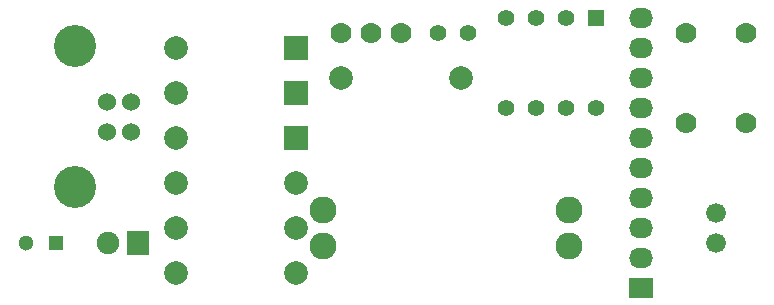
<source format=gbs>
G04 #@! TF.FileFunction,Soldermask,Bot*
%FSLAX46Y46*%
G04 Gerber Fmt 4.6, Leading zero omitted, Abs format (unit mm)*
G04 Created by KiCad (PCBNEW (2015-08-15 BZR 6092)-product) date 9/14/2015 8:23:45 PM*
%MOMM*%
G01*
G04 APERTURE LIST*
%ADD10C,0.100000*%
%ADD11C,1.676400*%
%ADD12C,1.998980*%
%ADD13R,1.998980X1.998980*%
%ADD14C,2.286000*%
%ADD15C,1.300000*%
%ADD16R,1.300000X1.300000*%
%ADD17R,1.397000X1.397000*%
%ADD18C,1.397000*%
%ADD19C,1.524000*%
%ADD20C,3.556000*%
%ADD21R,2.032000X1.727200*%
%ADD22O,2.032000X1.727200*%
%ADD23C,1.778000*%
%ADD24R,1.900000X2.000000*%
%ADD25C,1.900000*%
G04 APERTURE END LIST*
D10*
D11*
X162560000Y-91440000D03*
X162560000Y-93980000D03*
D12*
X116840000Y-96520000D03*
X127000000Y-96520000D03*
X116840000Y-92710000D03*
X127000000Y-92710000D03*
X116840000Y-88900000D03*
X127000000Y-88900000D03*
X140970000Y-80010000D03*
X130810000Y-80010000D03*
X116840000Y-77472540D03*
D13*
X127000000Y-77472540D03*
D12*
X116839480Y-85092540D03*
D13*
X126999480Y-85092540D03*
D12*
X116839480Y-81282540D03*
D13*
X126999480Y-81282540D03*
D14*
X129286000Y-94234000D03*
X150114000Y-94234000D03*
X129286000Y-91186000D03*
X150114000Y-91186000D03*
D15*
X104180000Y-93980000D03*
D16*
X106680000Y-93980000D03*
D17*
X152400000Y-74930000D03*
D18*
X149860000Y-74930000D03*
X147320000Y-74930000D03*
X144780000Y-74930000D03*
X144780000Y-82550000D03*
X147320000Y-82550000D03*
X149860000Y-82550000D03*
X152400000Y-82550000D03*
D19*
X113030000Y-84582000D03*
X113030000Y-82042000D03*
X111031020Y-82042000D03*
X111031020Y-84582000D03*
D20*
X108331000Y-89311480D03*
X108331000Y-77312520D03*
D21*
X156210000Y-97790000D03*
D22*
X156210000Y-95250000D03*
X156210000Y-92710000D03*
X156210000Y-90170000D03*
X156210000Y-87630000D03*
X156210000Y-85090000D03*
X156210000Y-82550000D03*
X156210000Y-80010000D03*
X156210000Y-77470000D03*
X156210000Y-74930000D03*
D23*
X133350000Y-76200000D03*
X135890000Y-76200000D03*
X130810000Y-76200000D03*
X165100000Y-83820000D03*
X160020000Y-83820000D03*
X165100000Y-76200000D03*
X160020000Y-76200000D03*
D18*
X141605000Y-76200000D03*
X139065000Y-76200000D03*
D24*
X113665000Y-93980000D03*
D25*
X111125000Y-93980000D03*
M02*

</source>
